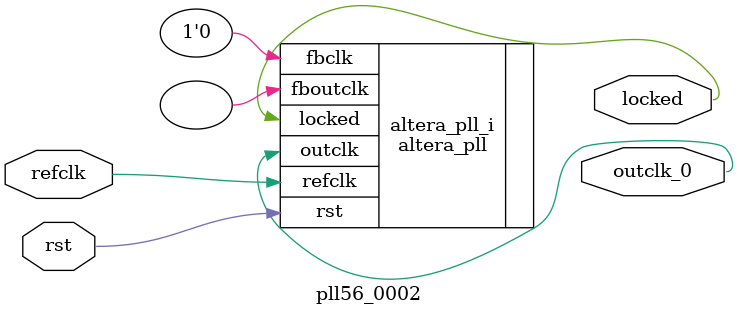
<source format=v>
`timescale 1ns/10ps
module  pll56_0002(

	// interface 'refclk'
	input wire refclk,

	// interface 'reset'
	input wire rst,

	// interface 'outclk0'
	output wire outclk_0,

	// interface 'locked'
	output wire locked
);

	altera_pll #(
		.fractional_vco_multiplier("false"),
		.reference_clock_frequency("50.0 MHz"),
		.operation_mode("direct"),
		.number_of_clocks(1),
		.output_clock_frequency0("56.944444 MHz"),
		.phase_shift0("0 ps"),
		.duty_cycle0(50),
		.output_clock_frequency1("0 MHz"),
		.phase_shift1("0 ps"),
		.duty_cycle1(50),
		.output_clock_frequency2("0 MHz"),
		.phase_shift2("0 ps"),
		.duty_cycle2(50),
		.output_clock_frequency3("0 MHz"),
		.phase_shift3("0 ps"),
		.duty_cycle3(50),
		.output_clock_frequency4("0 MHz"),
		.phase_shift4("0 ps"),
		.duty_cycle4(50),
		.output_clock_frequency5("0 MHz"),
		.phase_shift5("0 ps"),
		.duty_cycle5(50),
		.output_clock_frequency6("0 MHz"),
		.phase_shift6("0 ps"),
		.duty_cycle6(50),
		.output_clock_frequency7("0 MHz"),
		.phase_shift7("0 ps"),
		.duty_cycle7(50),
		.output_clock_frequency8("0 MHz"),
		.phase_shift8("0 ps"),
		.duty_cycle8(50),
		.output_clock_frequency9("0 MHz"),
		.phase_shift9("0 ps"),
		.duty_cycle9(50),
		.output_clock_frequency10("0 MHz"),
		.phase_shift10("0 ps"),
		.duty_cycle10(50),
		.output_clock_frequency11("0 MHz"),
		.phase_shift11("0 ps"),
		.duty_cycle11(50),
		.output_clock_frequency12("0 MHz"),
		.phase_shift12("0 ps"),
		.duty_cycle12(50),
		.output_clock_frequency13("0 MHz"),
		.phase_shift13("0 ps"),
		.duty_cycle13(50),
		.output_clock_frequency14("0 MHz"),
		.phase_shift14("0 ps"),
		.duty_cycle14(50),
		.output_clock_frequency15("0 MHz"),
		.phase_shift15("0 ps"),
		.duty_cycle15(50),
		.output_clock_frequency16("0 MHz"),
		.phase_shift16("0 ps"),
		.duty_cycle16(50),
		.output_clock_frequency17("0 MHz"),
		.phase_shift17("0 ps"),
		.duty_cycle17(50),
		.pll_type("General"),
		.pll_subtype("General")
	) altera_pll_i (
		.rst	(rst),
		.outclk	({outclk_0}),
		.locked	(locked),
		.fboutclk	( ),
		.fbclk	(1'b0),
		.refclk	(refclk)
	);
endmodule


</source>
